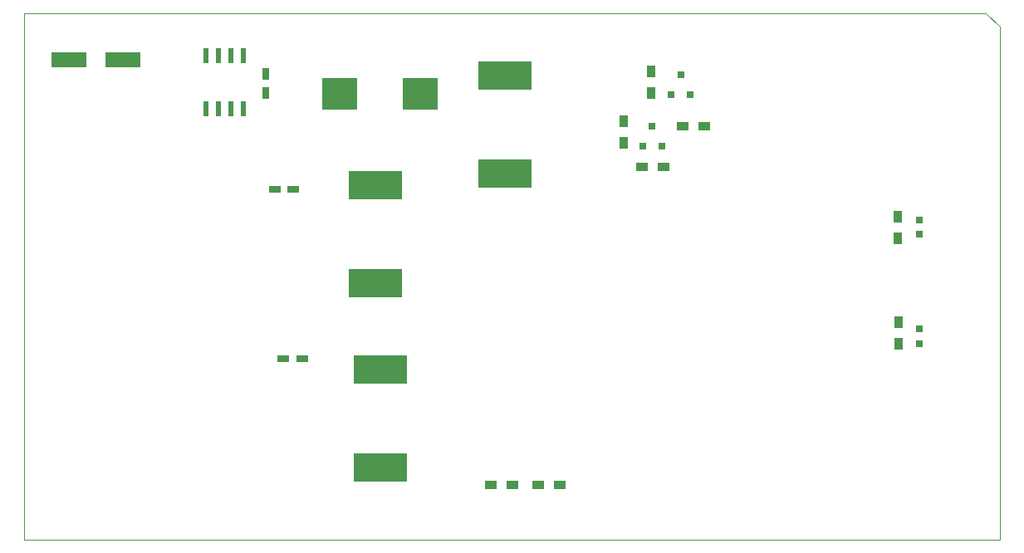
<source format=gtp>
G04 #@! TF.FileFunction,Paste,Top*
%FSLAX46Y46*%
G04 Gerber Fmt 4.6, Leading zero omitted, Abs format (unit mm)*
G04 Created by KiCad (PCBNEW (2015-07-04 BZR 5884)-product) date Mon 13 Jul 2015 19:38:23 CEST*
%MOMM*%
G01*
G04 APERTURE LIST*
%ADD10C,0.050000*%
%ADD11C,0.010000*%
%ADD12R,0.797560X0.797560*%
%ADD13R,3.599180X1.600200*%
%ADD14R,1.200000X0.750000*%
%ADD15R,0.750000X1.200000*%
%ADD16R,3.600000X3.200000*%
%ADD17R,5.400040X2.900680*%
%ADD18R,0.800100X0.800100*%
%ADD19R,1.200000X0.900000*%
%ADD20R,0.900000X1.200000*%
%ADD21R,0.600000X1.500000*%
G04 APERTURE END LIST*
D10*
D11*
X5080Y5080D02*
X99451160Y5080D01*
X5080Y53721000D02*
X5080Y5080D01*
X98054160Y53721000D02*
X5080Y53721000D01*
X99451160Y52324000D02*
X98054160Y53721000D01*
X99451160Y5080D02*
X99451160Y52324000D01*
D12*
X91231720Y32636460D03*
X91231720Y31137860D03*
X91231720Y20012660D03*
X91231720Y21511260D03*
D13*
X4559300Y48955960D03*
X10060940Y48955960D03*
D14*
X25537120Y35747960D03*
X27437120Y35747960D03*
X26426120Y18475960D03*
X28326120Y18475960D03*
D15*
X24582120Y45592960D03*
X24582120Y47492960D03*
D16*
X40315320Y45501560D03*
X32115320Y45501560D03*
D17*
X35758120Y36177220D03*
X35758120Y26174700D03*
X36266120Y17381220D03*
X36266120Y7378700D03*
D18*
X63052920Y40182800D03*
X64952920Y40182800D03*
X64002920Y42181780D03*
X65948520Y45415200D03*
X67848520Y45415200D03*
X66898520Y47414180D03*
D19*
X47561320Y5623560D03*
X49761320Y5623560D03*
X52336520Y5623560D03*
X54536520Y5623560D03*
D20*
X61127640Y40495040D03*
X61127640Y42695040D03*
X63901320Y45569960D03*
X63901320Y47769960D03*
D19*
X62953720Y38033960D03*
X65153720Y38033960D03*
X67068520Y42148760D03*
X69268520Y42148760D03*
D20*
X88996520Y30736360D03*
X88996520Y32936360D03*
X89148920Y22217560D03*
X89148920Y20017560D03*
D21*
X22296120Y49369960D03*
X21026120Y49369960D03*
X19756120Y49369960D03*
X18486120Y49369960D03*
X18486120Y43969960D03*
X19756120Y43969960D03*
X21026120Y43969960D03*
X22296120Y43969960D03*
D17*
X48966120Y47353220D03*
X48966120Y37350700D03*
M02*

</source>
